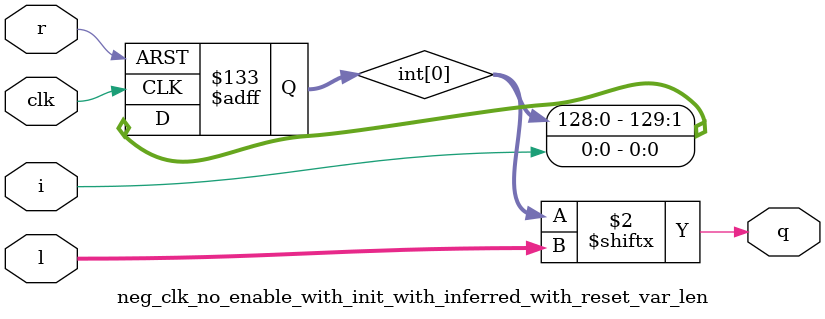
<source format=v>
(* top *)
module neg_clk_no_enable_with_init_with_inferred_with_reset_var_len #(parameter width=1, depth=130) (input clk, input [width-1:0] i, input r, input [31:0] l, output [width-1:0] q);
generate 
    reg [depth-1:0] int [width-1:0];

    genvar w, d;
    for (w = 0; w < width; w=w+1) begin
        for (d = 0; d < depth; d=d+1)
            initial int[w][d] <= ~((d+w) % 2);

        if (depth == 1) begin
            always @(negedge clk or posedge r) if (r) int[w] <= 1'b0; else int[w] <= a[w];
            assign q[w] = int[w];
        end
        else begin
            always @(negedge clk or posedge r) if (r) int[w] <= {width{1'b0}}; else int[w] <= {{ int[w][depth-2:0], i[w] }};
            assign q[w] = int[w][l];
        end
    end
endgenerate
endmodule

`ifndef _AUTOTB
module __test ;
    wire [4095:0] assert_area = "cd neg_clk_no_enable_with_init_with_inferred_with_reset_var_len; select t:SRL* -assert-none";
endmodule
`endif

</source>
